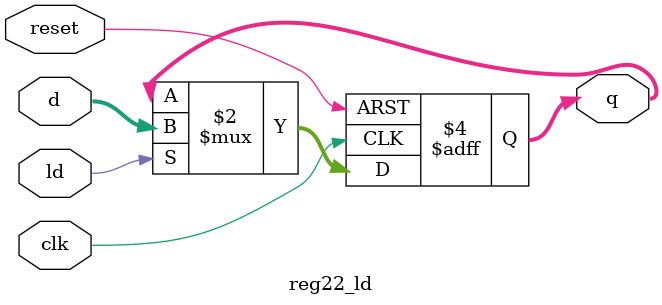
<source format=v>
module reg22_ld (
    input         clk,
    input         reset,         // active-high synchronous reset
    input  [21:0] d,   
    input ld,
    output reg [21:0] q          // ACC
);
    always @(posedge clk or posedge reset) begin
        if (reset) q <= 22'd0;   // clear ACC when reset=1
        else if (ld) q <= d;       // load next value otherwise
    end
endmodule

</source>
